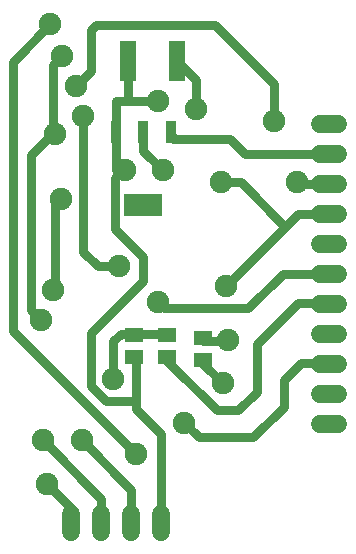
<source format=gbr>
G04 EAGLE Gerber X2 export*
%TF.Part,Single*%
%TF.FileFunction,Copper,L2,Bot,Mixed*%
%TF.FilePolarity,Positive*%
%TF.GenerationSoftware,Autodesk,EAGLE,9.7.0*%
%TF.CreationDate,2022-02-15T16:10:41Z*%
G75*
%MOMM*%
%FSLAX34Y34*%
%LPD*%
%INBottom Copper*%
%AMOC8*
5,1,8,0,0,1.08239X$1,22.5*%
G01*
G04 Define Apertures*
%ADD10R,1.500000X1.300000*%
%ADD11R,0.897900X1.860300*%
%ADD12R,3.189100X1.860300*%
%ADD13C,1.524000*%
%ADD14R,1.397300X3.415300*%
%ADD15C,0.762000*%
%ADD16C,1.905000*%
D10*
X170180Y155600D03*
X170180Y174600D03*
D11*
X96380Y348250D03*
X119380Y348250D03*
X142380Y348250D03*
D12*
X119380Y286750D03*
D13*
X269240Y355600D02*
X284480Y355600D01*
X284480Y330200D02*
X269240Y330200D01*
X269240Y304800D02*
X284480Y304800D01*
X284480Y279400D02*
X269240Y279400D01*
X269240Y254000D02*
X284480Y254000D01*
X284480Y228600D02*
X269240Y228600D01*
X269240Y203200D02*
X284480Y203200D01*
X284480Y177800D02*
X269240Y177800D01*
X269240Y152400D02*
X284480Y152400D01*
X284480Y127000D02*
X269240Y127000D01*
X269240Y101600D02*
X284480Y101600D01*
X58420Y25400D02*
X58420Y10160D01*
X83820Y10160D02*
X83820Y25400D01*
X109220Y25400D02*
X109220Y10160D01*
X134620Y10160D02*
X134620Y25400D01*
D10*
X139700Y177140D03*
X139700Y158140D03*
X111760Y158140D03*
X111760Y177140D03*
D14*
X147565Y408940D03*
X106435Y408940D03*
D15*
X113030Y120650D02*
X113030Y114300D01*
X113030Y120650D02*
X113030Y152400D01*
X113030Y114300D02*
X134620Y92710D01*
X134620Y17780D01*
X113030Y152400D02*
X111760Y158140D01*
X96520Y348390D02*
X96520Y374650D01*
X96520Y348390D02*
X96380Y348250D01*
X106680Y408695D02*
X106435Y408940D01*
X106680Y408695D02*
X106680Y374650D01*
X96380Y348250D02*
X96520Y348110D01*
X96520Y316230D01*
X104140Y316230D01*
X113030Y120650D02*
X87630Y120650D01*
X74930Y133350D01*
X96520Y374650D02*
X106680Y374650D01*
X132080Y374650D01*
D16*
X104140Y316230D03*
X132080Y374650D03*
X249277Y306197D03*
D15*
X250674Y304800D02*
X258294Y304800D01*
X250674Y304800D02*
X249277Y306197D01*
X258294Y304800D02*
X276860Y304800D01*
X258294Y304800D02*
X258294Y304800D01*
X104140Y316230D02*
X101599Y316230D01*
X95053Y309683D01*
X95053Y266898D01*
X119004Y242946D01*
X74930Y178379D02*
X74930Y133350D01*
X119004Y222453D02*
X119004Y242946D01*
X119004Y222453D02*
X74930Y178379D01*
X135890Y316230D02*
X119380Y332740D01*
X119380Y348250D01*
X163830Y392675D02*
X147565Y408940D01*
X163830Y392675D02*
X163830Y368300D01*
X58420Y30480D02*
X58420Y17780D01*
X58420Y30480D02*
X38100Y50800D01*
D16*
X135890Y316230D03*
X163830Y368300D03*
X38100Y50800D03*
D15*
X170180Y152400D02*
X186690Y135890D01*
X170180Y152400D02*
X170180Y155600D01*
X113030Y76200D02*
X8890Y180340D01*
D16*
X186690Y135890D03*
X113030Y76200D03*
X40640Y440055D03*
D15*
X8890Y408305D01*
X8890Y180340D01*
X109220Y45720D02*
X109220Y17780D01*
X109220Y45720D02*
X67310Y87630D01*
D16*
X67310Y87630D03*
D15*
X43180Y405130D02*
X50800Y412750D01*
X43180Y405130D02*
X43180Y347980D01*
X24130Y198120D02*
X33020Y189230D01*
X24130Y198120D02*
X24130Y328930D01*
X43180Y347980D01*
D16*
X50800Y412750D03*
X44578Y346582D03*
X33020Y189230D03*
D15*
X44578Y346582D02*
X43180Y347980D01*
X44450Y215900D02*
X43180Y214630D01*
D16*
X43180Y214630D03*
X49537Y292100D03*
D15*
X44450Y287013D02*
X44450Y215900D01*
X44450Y287013D02*
X49537Y292100D01*
X62230Y387350D02*
X74930Y400050D01*
D16*
X62230Y387350D03*
D15*
X79165Y439420D02*
X179915Y439420D01*
X79165Y439420D02*
X74930Y435185D01*
X74930Y400050D01*
D16*
X230251Y358140D03*
D15*
X230251Y389084D01*
X179915Y439420D01*
X170180Y174600D02*
X170180Y171450D01*
D16*
X190627Y172543D03*
D15*
X189534Y171450D01*
X170180Y171450D01*
X83820Y38100D02*
X34290Y87630D01*
X83820Y38100D02*
X83820Y17780D01*
D16*
X34290Y87630D03*
D15*
X144780Y342900D02*
X142380Y348250D01*
X204927Y330200D02*
X276860Y330200D01*
X192227Y342900D02*
X144780Y342900D01*
X192227Y342900D02*
X204927Y330200D01*
X201930Y306070D02*
X185420Y306070D01*
X201930Y306070D02*
X239395Y268605D01*
X250190Y279400D01*
X239395Y268605D02*
X189230Y218440D01*
D16*
X185420Y306070D03*
X189230Y218440D03*
D15*
X250190Y279400D02*
X276860Y279400D01*
D16*
X153670Y102616D03*
D15*
X166116Y90170D01*
X212090Y90170D01*
X237998Y116078D01*
X276098Y153162D02*
X276860Y152400D01*
X276098Y153162D02*
X252452Y153162D01*
X237998Y138708D01*
X237998Y116078D01*
X208280Y199390D02*
X137160Y199390D01*
X132080Y204470D01*
X208280Y199390D02*
X237490Y228600D01*
X276860Y228600D01*
D16*
X132080Y204470D03*
D15*
X181813Y112903D02*
X199263Y112903D01*
X181813Y112903D02*
X139700Y155016D01*
X139700Y158140D01*
X276098Y203962D02*
X276860Y203200D01*
X276098Y203962D02*
X249912Y203962D01*
X215138Y169188D01*
X215138Y128778D02*
X199263Y112903D01*
X215138Y128778D02*
X215138Y169188D01*
X138430Y177800D02*
X113030Y177800D01*
X111760Y177140D01*
X138430Y177800D02*
X139700Y177140D01*
X93980Y171450D02*
X93980Y139700D01*
X93980Y171450D02*
X100330Y177800D01*
X106680Y177800D01*
X111760Y177140D01*
D16*
X93980Y139700D03*
X68580Y361950D03*
X98557Y234950D03*
D15*
X68580Y247147D02*
X68580Y361950D01*
X80777Y234950D02*
X98557Y234950D01*
X80777Y234950D02*
X68580Y247147D01*
M02*

</source>
